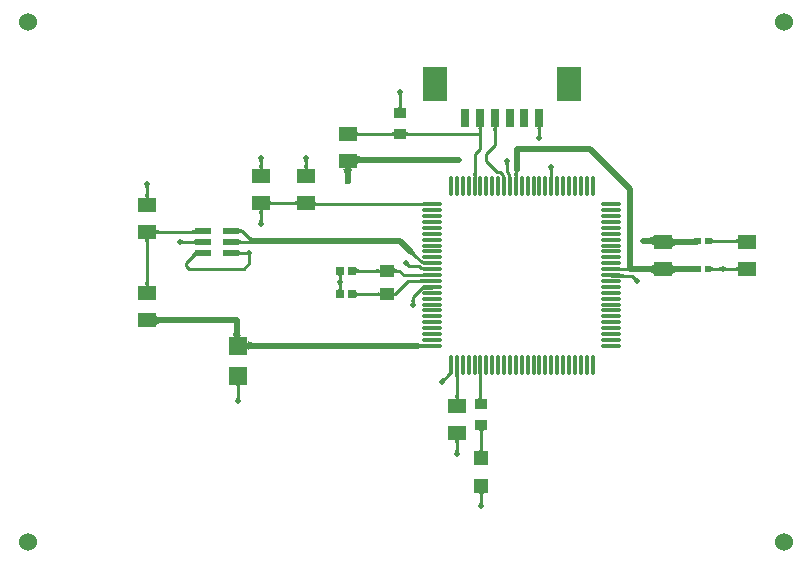
<source format=gtl>
G04*
G04 #@! TF.GenerationSoftware,Altium Limited,Altium Designer,18.1.7 (191)*
G04*
G04 Layer_Physical_Order=1*
G04 Layer_Color=255*
%FSLAX25Y25*%
%MOIN*%
G70*
G01*
G75*
%ADD15C,0.01000*%
%ADD19R,0.05354X0.02362*%
%ADD20R,0.03150X0.06299*%
%ADD21R,0.08268X0.11811*%
%ADD22R,0.02126X0.02362*%
%ADD23R,0.04724X0.04724*%
%ADD24R,0.05118X0.03937*%
%ADD27R,0.05906X0.05118*%
%ADD28R,0.03937X0.03543*%
%ADD29R,0.02835X0.02835*%
%ADD43O,0.01181X0.06890*%
%ADD44O,0.06890X0.01181*%
%ADD45C,0.02000*%
%ADD46R,0.06299X0.06299*%
%ADD47C,0.06000*%
%ADD48C,0.01968*%
%ADD49C,0.02362*%
G36*
X124622Y149095D02*
X124590Y149047D01*
X124561Y148992D01*
X124537Y148929D01*
X124516Y148859D01*
X124499Y148782D01*
X124486Y148697D01*
X124476Y148606D01*
X124469Y148400D01*
X123468D01*
X123467Y148507D01*
X123451Y148697D01*
X123438Y148782D01*
X123421Y148859D01*
X123400Y148929D01*
X123376Y148992D01*
X123348Y149047D01*
X123315Y149095D01*
X123280Y149136D01*
X124657D01*
X124622Y149095D01*
D02*
G37*
G36*
X124474Y145408D02*
X124488Y145238D01*
X124513Y145088D01*
X124548Y144958D01*
X124593Y144848D01*
X124648Y144758D01*
X124714Y144688D01*
X124788Y144638D01*
X124873Y144608D01*
X124969Y144598D01*
X122968D01*
X123064Y144608D01*
X123149Y144638D01*
X123223Y144688D01*
X123289Y144758D01*
X123344Y144848D01*
X123389Y144958D01*
X123424Y145088D01*
X123449Y145238D01*
X123463Y145408D01*
X123468Y145598D01*
X124469D01*
X124474Y145408D01*
D02*
G37*
G36*
X171177Y137994D02*
X171092Y137964D01*
X171017Y137913D01*
X170952Y137842D01*
X170897Y137751D01*
X170852Y137640D01*
X170817Y137508D01*
X170792Y137357D01*
X170777Y137185D01*
X170772Y136992D01*
X169772D01*
X169767Y137185D01*
X169752Y137357D01*
X169727Y137508D01*
X169692Y137640D01*
X169647Y137751D01*
X169592Y137842D01*
X169527Y137913D01*
X169452Y137964D01*
X169367Y137994D01*
X169272Y138004D01*
X171272D01*
X171177Y137994D01*
D02*
G37*
G36*
X156374D02*
X156289Y137964D01*
X156213Y137913D01*
X156149Y137842D01*
X156094Y137751D01*
X156049Y137640D01*
X156014Y137508D01*
X155989Y137357D01*
X155973Y137185D01*
X155968Y136992D01*
X154969D01*
X154964Y137185D01*
X154948Y137357D01*
X154923Y137508D01*
X154888Y137640D01*
X154843Y137751D01*
X154788Y137842D01*
X154724Y137913D01*
X154648Y137964D01*
X154563Y137994D01*
X154469Y138004D01*
X156468D01*
X156374Y137994D01*
D02*
G37*
G36*
X151492D02*
X151407Y137964D01*
X151332Y137913D01*
X151267Y137842D01*
X151212Y137751D01*
X151167Y137640D01*
X151132Y137508D01*
X151107Y137357D01*
X151092Y137185D01*
X151087Y136992D01*
X150087D01*
X150082Y137185D01*
X150067Y137357D01*
X150042Y137508D01*
X150007Y137640D01*
X149962Y137751D01*
X149907Y137842D01*
X149842Y137913D01*
X149767Y137964D01*
X149682Y137994D01*
X149587Y138004D01*
X151587D01*
X151492Y137994D01*
D02*
G37*
G36*
X170774Y135773D02*
X170789Y135582D01*
X170802Y135497D01*
X170819Y135420D01*
X170840Y135350D01*
X170864Y135288D01*
X170893Y135232D01*
X170925Y135185D01*
X170961Y135144D01*
X169583D01*
X169619Y135185D01*
X169651Y135232D01*
X169679Y135288D01*
X169704Y135350D01*
X169724Y135420D01*
X169741Y135497D01*
X169755Y135582D01*
X169764Y135674D01*
X169772Y135879D01*
X170772D01*
X170774Y135773D01*
D02*
G37*
G36*
X125923Y136744D02*
X125953Y136659D01*
X126004Y136584D01*
X126075Y136519D01*
X126166Y136464D01*
X126277Y136419D01*
X126409Y136384D01*
X126561Y136359D01*
X126733Y136344D01*
X126925Y136339D01*
Y135339D01*
X126733Y135334D01*
X126561Y135319D01*
X126409Y135294D01*
X126277Y135259D01*
X126166Y135214D01*
X126075Y135159D01*
X126004Y135094D01*
X125953Y135019D01*
X125923Y134934D01*
X125913Y134839D01*
Y136839D01*
X125923Y136744D01*
D02*
G37*
G36*
X122024Y134839D02*
X122014Y134934D01*
X121984Y135019D01*
X121933Y135094D01*
X121862Y135159D01*
X121771Y135214D01*
X121660Y135259D01*
X121528Y135294D01*
X121376Y135319D01*
X121204Y135334D01*
X121012Y135339D01*
Y136339D01*
X121204Y136344D01*
X121376Y136359D01*
X121528Y136384D01*
X121660Y136419D01*
X121771Y136464D01*
X121862Y136519D01*
X121933Y136584D01*
X121984Y136659D01*
X122014Y136744D01*
X122024Y136839D01*
Y134839D01*
D02*
G37*
G36*
X109407Y136744D02*
X109438Y136659D01*
X109488Y136584D01*
X109559Y136519D01*
X109650Y136464D01*
X109762Y136419D01*
X109893Y136384D01*
X110045Y136359D01*
X110217Y136344D01*
X110409Y136339D01*
Y135339D01*
X110217Y135334D01*
X110045Y135319D01*
X109893Y135294D01*
X109762Y135259D01*
X109650Y135214D01*
X109559Y135159D01*
X109488Y135094D01*
X109438Y135019D01*
X109407Y134934D01*
X109397Y134839D01*
Y136839D01*
X109407Y136744D01*
D02*
G37*
G36*
X93122Y127095D02*
X93089Y127047D01*
X93061Y126992D01*
X93037Y126929D01*
X93016Y126859D01*
X92999Y126782D01*
X92985Y126698D01*
X92976Y126606D01*
X92968Y126400D01*
X91969D01*
X91967Y126507D01*
X91952Y126698D01*
X91938Y126782D01*
X91921Y126859D01*
X91900Y126929D01*
X91876Y126992D01*
X91848Y127047D01*
X91815Y127095D01*
X91780Y127136D01*
X93158D01*
X93122Y127095D01*
D02*
G37*
G36*
X78122D02*
X78089Y127047D01*
X78061Y126992D01*
X78036Y126929D01*
X78016Y126859D01*
X77999Y126782D01*
X77986Y126698D01*
X77976Y126606D01*
X77969Y126400D01*
X76968D01*
X76967Y126507D01*
X76951Y126698D01*
X76938Y126782D01*
X76921Y126859D01*
X76901Y126929D01*
X76876Y126992D01*
X76848Y127047D01*
X76815Y127095D01*
X76780Y127136D01*
X78158D01*
X78122Y127095D01*
D02*
G37*
G36*
X160102Y126225D02*
X160070Y126177D01*
X160041Y126122D01*
X160017Y126059D01*
X159996Y125989D01*
X159979Y125912D01*
X159966Y125827D01*
X159956Y125736D01*
X159949Y125530D01*
X158949D01*
X158947Y125637D01*
X158932Y125827D01*
X158919Y125912D01*
X158902Y125989D01*
X158881Y126059D01*
X158856Y126122D01*
X158828Y126177D01*
X158796Y126225D01*
X158760Y126266D01*
X160138D01*
X160102Y126225D01*
D02*
G37*
G36*
X109417Y129117D02*
X109478Y128947D01*
X109578Y128797D01*
X109719Y128667D01*
X109900Y128557D01*
X110122Y128467D01*
X110383Y128397D01*
X110685Y128347D01*
X111027Y128317D01*
X111409Y128307D01*
Y126307D01*
X111027Y126297D01*
X110685Y126267D01*
X110383Y126217D01*
X110122Y126147D01*
X109900Y126057D01*
X109719Y125947D01*
X109578Y125817D01*
X109478Y125667D01*
X109417Y125497D01*
X109397Y125307D01*
Y129307D01*
X109417Y129117D01*
D02*
G37*
G36*
X77974Y125196D02*
X77988Y125026D01*
X78013Y124876D01*
X78048Y124746D01*
X78093Y124636D01*
X78149Y124546D01*
X78214Y124476D01*
X78289Y124426D01*
X78373Y124396D01*
X78469Y124386D01*
X76468D01*
X76564Y124396D01*
X76648Y124426D01*
X76723Y124476D01*
X76789Y124546D01*
X76844Y124636D01*
X76889Y124746D01*
X76924Y124876D01*
X76948Y125026D01*
X76964Y125196D01*
X76968Y125386D01*
X77969D01*
X77974Y125196D01*
D02*
G37*
G36*
X92974Y125193D02*
X92989Y125021D01*
X93014Y124870D01*
X93049Y124738D01*
X93094Y124627D01*
X93148Y124536D01*
X93213Y124465D01*
X93288Y124414D01*
X93374Y124384D01*
X93468Y124374D01*
X91469D01*
X91563Y124384D01*
X91649Y124414D01*
X91724Y124465D01*
X91789Y124536D01*
X91843Y124627D01*
X91888Y124738D01*
X91923Y124870D01*
X91948Y125021D01*
X91963Y125193D01*
X91969Y125386D01*
X92968D01*
X92974Y125193D01*
D02*
G37*
G36*
X174964Y124032D02*
X174932Y123984D01*
X174904Y123929D01*
X174879Y123866D01*
X174858Y123796D01*
X174841Y123719D01*
X174828Y123635D01*
X174819Y123543D01*
X174811Y123337D01*
X173811D01*
X173809Y123444D01*
X173794Y123635D01*
X173781Y123719D01*
X173764Y123796D01*
X173743Y123866D01*
X173718Y123929D01*
X173690Y123984D01*
X173658Y124032D01*
X173622Y124073D01*
X175000D01*
X174964Y124032D01*
D02*
G37*
G36*
X108279Y124283D02*
X108108Y124223D01*
X107958Y124123D01*
X107828Y123982D01*
X107719Y123801D01*
X107629Y123579D01*
X107559Y123318D01*
X107509Y123016D01*
X107478Y122674D01*
X107468Y122292D01*
X105468D01*
X105458Y122674D01*
X105429Y123016D01*
X105378Y123318D01*
X105308Y123579D01*
X105219Y123801D01*
X105108Y123982D01*
X104979Y124123D01*
X104829Y124223D01*
X104658Y124283D01*
X104469Y124303D01*
X108468D01*
X108279Y124283D01*
D02*
G37*
G36*
X174856Y121741D02*
X173766D01*
X173775Y121764D01*
X173782Y121806D01*
X173789Y121866D01*
X173804Y122158D01*
X173811Y122809D01*
X174811D01*
X174856Y121741D01*
D02*
G37*
G36*
X163045D02*
X161955D01*
X161964Y121764D01*
X161971Y121806D01*
X161978Y121866D01*
X161993Y122158D01*
X162000Y122809D01*
X163000D01*
X163045Y121741D01*
D02*
G37*
G36*
X149266D02*
X148176D01*
X148184Y121764D01*
X148192Y121806D01*
X148198Y121866D01*
X148213Y122158D01*
X148221Y122809D01*
X149221D01*
X149266Y121741D01*
D02*
G37*
G36*
X40122Y118595D02*
X40089Y118547D01*
X40061Y118492D01*
X40036Y118429D01*
X40016Y118359D01*
X39999Y118282D01*
X39985Y118198D01*
X39976Y118106D01*
X39968Y117900D01*
X38969D01*
X38967Y118007D01*
X38952Y118198D01*
X38938Y118282D01*
X38921Y118359D01*
X38901Y118429D01*
X38876Y118492D01*
X38848Y118547D01*
X38815Y118595D01*
X38780Y118636D01*
X40157D01*
X40122Y118595D01*
D02*
G37*
G36*
X39974Y115696D02*
X39988Y115526D01*
X40014Y115376D01*
X40049Y115246D01*
X40093Y115136D01*
X40148Y115046D01*
X40214Y114976D01*
X40288Y114926D01*
X40374Y114896D01*
X40468Y114886D01*
X38469D01*
X38563Y114896D01*
X38649Y114926D01*
X38723Y114976D01*
X38789Y115046D01*
X38844Y115136D01*
X38888Y115246D01*
X38923Y115376D01*
X38949Y115526D01*
X38963Y115696D01*
X38969Y115886D01*
X39968D01*
X39974Y115696D01*
D02*
G37*
G36*
X131566Y111916D02*
X131543Y111924D01*
X131501Y111932D01*
X131441Y111939D01*
X131149Y111953D01*
X130498Y111961D01*
Y112961D01*
X131566Y113006D01*
Y111916D01*
D02*
G37*
G36*
X89540Y111839D02*
X89530Y111934D01*
X89499Y112019D01*
X89449Y112094D01*
X89378Y112159D01*
X89287Y112214D01*
X89175Y112259D01*
X89044Y112294D01*
X88892Y112319D01*
X88720Y112334D01*
X88528Y112339D01*
Y113339D01*
X88720Y113344D01*
X88892Y113359D01*
X89044Y113384D01*
X89175Y113419D01*
X89287Y113464D01*
X89378Y113519D01*
X89449Y113584D01*
X89499Y113659D01*
X89530Y113744D01*
X89540Y113839D01*
Y111839D01*
D02*
G37*
G36*
X80407Y113744D02*
X80438Y113659D01*
X80488Y113584D01*
X80559Y113519D01*
X80650Y113464D01*
X80762Y113419D01*
X80893Y113384D01*
X81045Y113359D01*
X81217Y113344D01*
X81409Y113339D01*
Y112339D01*
X81217Y112334D01*
X81045Y112319D01*
X80893Y112294D01*
X80762Y112259D01*
X80650Y112214D01*
X80559Y112159D01*
X80488Y112094D01*
X80438Y112019D01*
X80407Y111934D01*
X80397Y111839D01*
Y113839D01*
X80407Y113744D01*
D02*
G37*
G36*
X95407Y113366D02*
X95438Y113281D01*
X95488Y113206D01*
X95559Y113141D01*
X95650Y113086D01*
X95762Y113041D01*
X95893Y113006D01*
X96045Y112981D01*
X96217Y112966D01*
X96409Y112961D01*
Y111961D01*
X96217Y111956D01*
X96045Y111941D01*
X95893Y111916D01*
X95762Y111881D01*
X95650Y111836D01*
X95559Y111781D01*
X95488Y111716D01*
X95438Y111641D01*
X95407Y111556D01*
X95397Y111461D01*
Y113461D01*
X95407Y113366D01*
D02*
G37*
G36*
X78373Y110293D02*
X78289Y110263D01*
X78214Y110213D01*
X78149Y110142D01*
X78093Y110050D01*
X78048Y109939D01*
X78013Y109808D01*
X77988Y109656D01*
X77974Y109484D01*
X77969Y109292D01*
X76968D01*
X76964Y109484D01*
X76948Y109656D01*
X76924Y109808D01*
X76889Y109939D01*
X76844Y110050D01*
X76789Y110142D01*
X76723Y110213D01*
X76648Y110263D01*
X76564Y110293D01*
X76468Y110303D01*
X78469D01*
X78373Y110293D01*
D02*
G37*
G36*
X77970Y107170D02*
X77986Y106980D01*
X77999Y106895D01*
X78016Y106818D01*
X78036Y106748D01*
X78061Y106685D01*
X78089Y106630D01*
X78122Y106582D01*
X78158Y106542D01*
X76780D01*
X76815Y106582D01*
X76848Y106630D01*
X76876Y106685D01*
X76901Y106748D01*
X76921Y106818D01*
X76938Y106895D01*
X76951Y106980D01*
X76961Y107071D01*
X76968Y107277D01*
X77969D01*
X77970Y107170D01*
D02*
G37*
G36*
X70281Y104439D02*
X70310Y104364D01*
X70357Y104297D01*
X70424Y104239D01*
X70511Y104190D01*
X70616Y104150D01*
X70740Y104119D01*
X70884Y104097D01*
X71047Y104083D01*
X71228Y104079D01*
Y103079D01*
X71047Y103074D01*
X70884Y103061D01*
X70740Y103039D01*
X70616Y103007D01*
X70511Y102968D01*
X70424Y102919D01*
X70357Y102861D01*
X70310Y102794D01*
X70281Y102718D01*
X70271Y102634D01*
Y104524D01*
X70281Y104439D01*
D02*
G37*
G36*
X55701Y102410D02*
X55691Y102491D01*
X55661Y102564D01*
X55611Y102628D01*
X55541Y102684D01*
X55451Y102731D01*
X55341Y102770D01*
X55211Y102800D01*
X55061Y102821D01*
X54891Y102834D01*
X54701Y102839D01*
Y103839D01*
X54893Y103844D01*
X55064Y103859D01*
X55216Y103884D01*
X55347Y103919D01*
X55458Y103964D01*
X55550Y104019D01*
X55621Y104084D01*
X55672Y104159D01*
X55702Y104244D01*
X55713Y104339D01*
X55701Y102410D01*
D02*
G37*
G36*
X42407Y104244D02*
X42438Y104159D01*
X42488Y104084D01*
X42559Y104019D01*
X42650Y103964D01*
X42762Y103919D01*
X42893Y103884D01*
X43045Y103859D01*
X43217Y103844D01*
X43409Y103839D01*
Y102839D01*
X43217Y102834D01*
X43045Y102819D01*
X42893Y102794D01*
X42762Y102759D01*
X42650Y102714D01*
X42559Y102659D01*
X42488Y102594D01*
X42438Y102519D01*
X42407Y102434D01*
X42397Y102339D01*
Y104339D01*
X42407Y104244D01*
D02*
G37*
G36*
X73061Y102456D02*
X74195Y101463D01*
X74308Y101394D01*
X74400Y101352D01*
X74469Y101339D01*
X73802Y100672D01*
X74468Y100339D01*
X73615Y100192D01*
X73636Y100227D01*
X73639Y100273D01*
X73626Y100330D01*
X73596Y100399D01*
X73571Y100440D01*
X73469Y100338D01*
X73455Y100408D01*
X73413Y100499D01*
X73344Y100612D01*
X73248Y100747D01*
X72972Y101082D01*
X72351Y101746D01*
X72088Y102012D01*
X72795Y102719D01*
X73061Y102456D01*
D02*
G37*
G36*
X40374Y100793D02*
X40288Y100763D01*
X40214Y100713D01*
X40148Y100642D01*
X40093Y100550D01*
X40049Y100439D01*
X40014Y100308D01*
X39988Y100156D01*
X39974Y99984D01*
X39968Y99792D01*
X38969D01*
X38963Y99984D01*
X38949Y100156D01*
X38923Y100308D01*
X38888Y100439D01*
X38844Y100550D01*
X38789Y100642D01*
X38723Y100713D01*
X38649Y100763D01*
X38563Y100793D01*
X38469Y100803D01*
X40468D01*
X40374Y100793D01*
D02*
G37*
G36*
X51212Y100492D02*
X51260Y100460D01*
X51315Y100431D01*
X51378Y100407D01*
X51448Y100386D01*
X51525Y100369D01*
X51610Y100356D01*
X51701Y100346D01*
X51907Y100339D01*
Y99339D01*
X51801Y99337D01*
X51610Y99322D01*
X51525Y99308D01*
X51448Y99291D01*
X51378Y99271D01*
X51315Y99246D01*
X51260Y99218D01*
X51212Y99186D01*
X51171Y99150D01*
Y100528D01*
X51212Y100492D01*
D02*
G37*
G36*
X236540Y99150D02*
X236530Y99245D01*
X236499Y99330D01*
X236449Y99405D01*
X236378Y99470D01*
X236287Y99525D01*
X236175Y99570D01*
X236044Y99605D01*
X235892Y99630D01*
X235720Y99645D01*
X235528Y99650D01*
Y100650D01*
X235720Y100655D01*
X235892Y100670D01*
X236044Y100695D01*
X236175Y100730D01*
X236287Y100775D01*
X236378Y100830D01*
X236449Y100895D01*
X236499Y100970D01*
X236530Y101055D01*
X236540Y101150D01*
Y99150D01*
D02*
G37*
G36*
X227718Y101055D02*
X227749Y100970D01*
X227799Y100895D01*
X227870Y100830D01*
X227961Y100775D01*
X228073Y100730D01*
X228204Y100695D01*
X228356Y100670D01*
X228528Y100655D01*
X228720Y100650D01*
Y99650D01*
X228528Y99645D01*
X228356Y99630D01*
X228204Y99605D01*
X228073Y99570D01*
X227961Y99525D01*
X227870Y99470D01*
X227799Y99405D01*
X227749Y99330D01*
X227718Y99245D01*
X227708Y99150D01*
Y101150D01*
X227718Y101055D01*
D02*
G37*
G36*
X222217Y98980D02*
X222197Y98953D01*
X222137Y98929D01*
X222037Y98908D01*
X221897Y98890D01*
X221497Y98861D01*
X220217Y98839D01*
Y100839D01*
X220597Y100843D01*
X221497Y100915D01*
X221717Y100959D01*
X221897Y101011D01*
X222037Y101074D01*
X222137Y101146D01*
X222197Y101227D01*
X222217Y101319D01*
Y98980D01*
D02*
G37*
G36*
X70281Y100744D02*
X70312Y100659D01*
X70362Y100584D01*
X70433Y100519D01*
X70524Y100464D01*
X70636Y100419D01*
X70767Y100384D01*
X70919Y100359D01*
X71091Y100344D01*
X71283Y100339D01*
Y99339D01*
X71091Y99334D01*
X70919Y99319D01*
X70767Y99294D01*
X70636Y99259D01*
X70524Y99214D01*
X70433Y99159D01*
X70362Y99094D01*
X70312Y99019D01*
X70281Y98934D01*
X70271Y98839D01*
Y100839D01*
X70281Y100744D01*
D02*
G37*
G36*
X55713Y98839D02*
X55703Y98934D01*
X55673Y99019D01*
X55622Y99094D01*
X55551Y99159D01*
X55460Y99214D01*
X55349Y99259D01*
X55217Y99294D01*
X55065Y99319D01*
X54893Y99334D01*
X54701Y99339D01*
Y100339D01*
X54893Y100344D01*
X55065Y100359D01*
X55217Y100384D01*
X55349Y100419D01*
X55460Y100464D01*
X55551Y100519D01*
X55622Y100584D01*
X55673Y100659D01*
X55703Y100744D01*
X55713Y100839D01*
Y98839D01*
D02*
G37*
G36*
X208540Y98339D02*
X208520Y98529D01*
X208459Y98699D01*
X208359Y98849D01*
X208218Y98979D01*
X208037Y99089D01*
X207815Y99179D01*
X207554Y99249D01*
X207252Y99299D01*
X206910Y99329D01*
X206528Y99339D01*
Y101339D01*
X206910Y101349D01*
X207252Y101379D01*
X207554Y101429D01*
X207815Y101499D01*
X208037Y101589D01*
X208218Y101699D01*
X208359Y101829D01*
X208459Y101979D01*
X208520Y102149D01*
X208540Y102339D01*
Y98339D01*
D02*
G37*
G36*
X214417Y101649D02*
X214478Y101479D01*
X214578Y101329D01*
X214719Y101199D01*
X214900Y101089D01*
X215122Y100999D01*
X215383Y100929D01*
X215685Y100879D01*
X216027Y100849D01*
X216409Y100839D01*
Y98839D01*
X216027Y98829D01*
X215685Y98799D01*
X215383Y98749D01*
X215122Y98679D01*
X214900Y98589D01*
X214719Y98479D01*
X214578Y98349D01*
X214478Y98199D01*
X214417Y98029D01*
X214397Y97839D01*
Y101839D01*
X214417Y101649D01*
D02*
G37*
G36*
X73006Y95410D02*
X72965Y95445D01*
X72917Y95477D01*
X72862Y95506D01*
X72799Y95530D01*
X72729Y95551D01*
X72652Y95568D01*
X72568Y95581D01*
X72476Y95591D01*
X72270Y95598D01*
Y96598D01*
X72377Y96600D01*
X72568Y96615D01*
X72652Y96629D01*
X72729Y96646D01*
X72799Y96667D01*
X72862Y96691D01*
X72917Y96719D01*
X72965Y96751D01*
X73006Y96787D01*
Y95410D01*
D02*
G37*
G36*
X70281Y97003D02*
X70312Y96918D01*
X70362Y96843D01*
X70433Y96778D01*
X70524Y96723D01*
X70636Y96678D01*
X70767Y96643D01*
X70919Y96618D01*
X71091Y96603D01*
X71283Y96598D01*
Y95598D01*
X71091Y95593D01*
X70919Y95578D01*
X70767Y95553D01*
X70636Y95518D01*
X70524Y95473D01*
X70433Y95418D01*
X70362Y95353D01*
X70312Y95278D01*
X70281Y95193D01*
X70271Y95098D01*
Y97098D01*
X70281Y97003D01*
D02*
G37*
G36*
X74362Y95355D02*
X74330Y95307D01*
X74301Y95252D01*
X74277Y95189D01*
X74256Y95119D01*
X74239Y95042D01*
X74226Y94957D01*
X74216Y94866D01*
X74209Y94660D01*
X73209D01*
X73207Y94766D01*
X73192Y94957D01*
X73178Y95042D01*
X73161Y95119D01*
X73141Y95189D01*
X73116Y95252D01*
X73088Y95307D01*
X73056Y95355D01*
X73020Y95395D01*
X74398D01*
X74362Y95355D01*
D02*
G37*
G36*
X55701Y94929D02*
X55616Y94927D01*
X55534Y94918D01*
X55455Y94905D01*
X55379Y94886D01*
X55307Y94861D01*
X55238Y94831D01*
X55172Y94796D01*
X55109Y94755D01*
X55050Y94709D01*
X54994Y94657D01*
X54640Y95718D01*
X54842Y95924D01*
X55319Y96475D01*
X55436Y96635D01*
X55531Y96785D01*
X55606Y96922D01*
X55659Y97049D01*
X55690Y97164D01*
X55701Y97268D01*
Y94929D01*
D02*
G37*
G36*
X128715Y96388D02*
X128757Y96296D01*
X128826Y96183D01*
X128922Y96049D01*
X129198Y95714D01*
X129819Y95049D01*
X130081Y94784D01*
X129374Y94077D01*
X129109Y94339D01*
X127975Y95332D01*
X127862Y95401D01*
X127770Y95443D01*
X127701Y95457D01*
X128701Y96457D01*
X128715Y96388D01*
D02*
G37*
G36*
X197394Y91343D02*
X197436Y91336D01*
X197496Y91329D01*
X197788Y91314D01*
X198439Y91307D01*
Y90307D01*
X197371Y90262D01*
Y91352D01*
X197394Y91343D01*
D02*
G37*
G36*
X232212Y91492D02*
X232260Y91460D01*
X232315Y91431D01*
X232378Y91407D01*
X232448Y91386D01*
X232525Y91369D01*
X232610Y91356D01*
X232701Y91346D01*
X232907Y91339D01*
Y90339D01*
X232801Y90337D01*
X232610Y90322D01*
X232525Y90308D01*
X232448Y90291D01*
X232378Y90271D01*
X232315Y90246D01*
X232260Y90218D01*
X232212Y90185D01*
X232171Y90150D01*
Y91528D01*
X232212Y91492D01*
D02*
G37*
G36*
X230766Y90150D02*
X230725Y90185D01*
X230677Y90218D01*
X230622Y90246D01*
X230559Y90271D01*
X230489Y90291D01*
X230412Y90308D01*
X230327Y90322D01*
X230236Y90331D01*
X230030Y90339D01*
Y91339D01*
X230137Y91341D01*
X230327Y91356D01*
X230412Y91369D01*
X230489Y91386D01*
X230559Y91407D01*
X230622Y91431D01*
X230677Y91460D01*
X230725Y91492D01*
X230766Y91528D01*
Y90150D01*
D02*
G37*
G36*
X236540Y89839D02*
X236530Y89934D01*
X236499Y90019D01*
X236449Y90094D01*
X236378Y90159D01*
X236287Y90214D01*
X236175Y90259D01*
X236044Y90294D01*
X235892Y90319D01*
X235720Y90334D01*
X235528Y90339D01*
Y91339D01*
X235720Y91344D01*
X235892Y91359D01*
X236044Y91384D01*
X236175Y91419D01*
X236287Y91464D01*
X236378Y91519D01*
X236449Y91584D01*
X236499Y91659D01*
X236530Y91744D01*
X236540Y91839D01*
Y89839D01*
D02*
G37*
G36*
X227518Y91744D02*
X227548Y91659D01*
X227599Y91584D01*
X227669Y91519D01*
X227761Y91464D01*
X227872Y91419D01*
X228003Y91384D01*
X228155Y91359D01*
X228327Y91344D01*
X228520Y91339D01*
Y90339D01*
X228327Y90334D01*
X228155Y90319D01*
X228003Y90294D01*
X227872Y90259D01*
X227761Y90214D01*
X227669Y90159D01*
X227599Y90094D01*
X227548Y90019D01*
X227518Y89934D01*
X227507Y89839D01*
Y91839D01*
X227518Y91744D01*
D02*
G37*
G36*
X222016Y89670D02*
X221996Y89702D01*
X221936Y89730D01*
X221836Y89756D01*
X221696Y89778D01*
X221516Y89796D01*
X220736Y89832D01*
X220016Y89839D01*
Y91839D01*
X220396Y91840D01*
X221936Y91947D01*
X221996Y91976D01*
X222016Y92008D01*
Y89670D01*
D02*
G37*
G36*
X122026Y91244D02*
X122056Y91159D01*
X122106Y91084D01*
X122176Y91019D01*
X122266Y90964D01*
X122376Y90919D01*
X122506Y90884D01*
X122656Y90859D01*
X122826Y90844D01*
X123016Y90839D01*
Y89839D01*
X122826Y89834D01*
X122656Y89819D01*
X122506Y89794D01*
X122376Y89759D01*
X122266Y89714D01*
X122176Y89659D01*
X122106Y89594D01*
X122056Y89519D01*
X122026Y89434D01*
X122016Y89339D01*
Y91339D01*
X122026Y91244D01*
D02*
G37*
G36*
X116934Y89339D02*
X116923Y89434D01*
X116893Y89519D01*
X116842Y89594D01*
X116771Y89659D01*
X116681Y89714D01*
X116569Y89759D01*
X116438Y89794D01*
X116286Y89819D01*
X116114Y89834D01*
X115921Y89839D01*
Y90839D01*
X116114Y90844D01*
X116286Y90859D01*
X116438Y90884D01*
X116569Y90919D01*
X116681Y90964D01*
X116771Y91019D01*
X116842Y91084D01*
X116893Y91159D01*
X116923Y91244D01*
X116934Y91339D01*
Y89339D01*
D02*
G37*
G36*
X109341Y91244D02*
X109371Y91159D01*
X109421Y91084D01*
X109492Y91019D01*
X109583Y90964D01*
X109695Y90919D01*
X109826Y90884D01*
X109978Y90859D01*
X110150Y90844D01*
X110342Y90839D01*
Y89839D01*
X110150Y89834D01*
X109978Y89819D01*
X109826Y89794D01*
X109695Y89759D01*
X109583Y89714D01*
X109492Y89659D01*
X109421Y89594D01*
X109371Y89519D01*
X109341Y89434D01*
X109330Y89339D01*
Y91339D01*
X109341Y91244D01*
D02*
G37*
G36*
X214417Y92649D02*
X214478Y92479D01*
X214578Y92329D01*
X214719Y92199D01*
X214900Y92089D01*
X215122Y91999D01*
X215383Y91929D01*
X215685Y91879D01*
X216027Y91849D01*
X216409Y91839D01*
Y89839D01*
X216027Y89829D01*
X215685Y89799D01*
X215383Y89749D01*
X215122Y89679D01*
X214900Y89589D01*
X214719Y89479D01*
X214578Y89349D01*
X214478Y89199D01*
X214417Y89029D01*
X214397Y88839D01*
Y92839D01*
X214417Y92649D01*
D02*
G37*
G36*
X208540Y88807D02*
X208520Y88997D01*
X208459Y89167D01*
X208359Y89317D01*
X208218Y89447D01*
X208037Y89557D01*
X207815Y89647D01*
X207554Y89717D01*
X207252Y89767D01*
X206910Y89797D01*
X206528Y89807D01*
Y91807D01*
X206910Y91817D01*
X207252Y91847D01*
X207554Y91897D01*
X207815Y91967D01*
X208037Y92057D01*
X208218Y92167D01*
X208359Y92297D01*
X208459Y92447D01*
X208520Y92617D01*
X208540Y92807D01*
Y88807D01*
D02*
G37*
G36*
X131566Y88294D02*
X131569Y88282D01*
X131541Y88271D01*
X131483Y88262D01*
X131395Y88254D01*
X130946Y88238D01*
X130223Y88232D01*
X130359Y89232D01*
X130547Y89234D01*
X131264Y89287D01*
X131362Y89306D01*
X131445Y89329D01*
X131513Y89355D01*
X131566Y89384D01*
Y88294D01*
D02*
G37*
G36*
X197474Y89320D02*
X197583Y89264D01*
X197699Y89214D01*
X197822Y89171D01*
X197951Y89134D01*
X198086Y89104D01*
X198228Y89081D01*
X198532Y89055D01*
X198693Y89051D01*
X198650Y88051D01*
X198341Y88054D01*
X197510Y88112D01*
X197402Y88139D01*
X197334Y88170D01*
X197306Y88206D01*
X197319Y88248D01*
X197371Y88294D01*
Y89384D01*
X197474Y89320D01*
D02*
G37*
G36*
X104905Y88923D02*
X104820Y88893D01*
X104745Y88843D01*
X104680Y88773D01*
X104625Y88683D01*
X104580Y88573D01*
X104545Y88443D01*
X104520Y88293D01*
X104505Y88123D01*
X104500Y87933D01*
X103500D01*
X103495Y88123D01*
X103480Y88293D01*
X103455Y88443D01*
X103420Y88573D01*
X103375Y88683D01*
X103320Y88773D01*
X103255Y88843D01*
X103180Y88893D01*
X103095Y88923D01*
X103000Y88933D01*
X105000D01*
X104905Y88923D01*
D02*
G37*
G36*
X104502Y87734D02*
X104517Y87543D01*
X104530Y87458D01*
X104547Y87381D01*
X104568Y87311D01*
X104593Y87248D01*
X104621Y87193D01*
X104653Y87145D01*
X104689Y87104D01*
X103311D01*
X103347Y87145D01*
X103379Y87193D01*
X103407Y87248D01*
X103432Y87311D01*
X103453Y87381D01*
X103470Y87458D01*
X103483Y87543D01*
X103492Y87634D01*
X103500Y87840D01*
X104500D01*
X104502Y87734D01*
D02*
G37*
G36*
X202382Y88167D02*
X202527Y88042D01*
X202596Y87992D01*
X202663Y87950D01*
X202727Y87915D01*
X202789Y87888D01*
X202848Y87869D01*
X202905Y87858D01*
X202959Y87854D01*
X201984Y86880D01*
X201981Y86934D01*
X201970Y86991D01*
X201951Y87050D01*
X201924Y87112D01*
X201889Y87176D01*
X201847Y87242D01*
X201796Y87311D01*
X201738Y87383D01*
X201598Y87534D01*
X202305Y88241D01*
X202382Y88167D01*
D02*
G37*
G36*
X131566Y86325D02*
X131543Y86334D01*
X131501Y86341D01*
X131441Y86348D01*
X131149Y86363D01*
X130498Y86370D01*
Y87370D01*
X131566Y87415D01*
Y86325D01*
D02*
G37*
G36*
X39974Y86196D02*
X39988Y86026D01*
X40014Y85876D01*
X40049Y85746D01*
X40093Y85636D01*
X40148Y85546D01*
X40214Y85476D01*
X40288Y85426D01*
X40374Y85396D01*
X40468Y85386D01*
X38469D01*
X38563Y85396D01*
X38649Y85426D01*
X38723Y85476D01*
X38789Y85546D01*
X38844Y85636D01*
X38888Y85746D01*
X38923Y85876D01*
X38949Y86026D01*
X38963Y86196D01*
X38969Y86386D01*
X39968D01*
X39974Y86196D01*
D02*
G37*
G36*
X104653Y85658D02*
X104621Y85610D01*
X104593Y85555D01*
X104568Y85492D01*
X104547Y85422D01*
X104530Y85345D01*
X104517Y85260D01*
X104508Y85169D01*
X104500Y84963D01*
X103500D01*
X103498Y85070D01*
X103483Y85260D01*
X103470Y85345D01*
X103453Y85422D01*
X103432Y85492D01*
X103407Y85555D01*
X103379Y85610D01*
X103347Y85658D01*
X103311Y85699D01*
X104689D01*
X104653Y85658D01*
D02*
G37*
G36*
X104505Y84678D02*
X104520Y84506D01*
X104545Y84354D01*
X104580Y84222D01*
X104625Y84111D01*
X104680Y84020D01*
X104745Y83949D01*
X104820Y83898D01*
X104905Y83868D01*
X105000Y83858D01*
X103000D01*
X103095Y83868D01*
X103180Y83898D01*
X103255Y83949D01*
X103320Y84020D01*
X103375Y84111D01*
X103420Y84222D01*
X103455Y84354D01*
X103480Y84506D01*
X103495Y84678D01*
X103500Y84870D01*
X104500D01*
X104505Y84678D01*
D02*
G37*
G36*
X116934Y81465D02*
X116923Y81560D01*
X116893Y81645D01*
X116842Y81720D01*
X116771Y81785D01*
X116681Y81840D01*
X116569Y81885D01*
X116438Y81920D01*
X116286Y81945D01*
X116114Y81960D01*
X115921Y81965D01*
Y82965D01*
X116114Y82970D01*
X116286Y82985D01*
X116438Y83010D01*
X116569Y83045D01*
X116681Y83090D01*
X116771Y83145D01*
X116842Y83210D01*
X116893Y83285D01*
X116923Y83370D01*
X116934Y83465D01*
Y81465D01*
D02*
G37*
G36*
X109341Y83370D02*
X109371Y83285D01*
X109421Y83210D01*
X109492Y83145D01*
X109583Y83090D01*
X109695Y83045D01*
X109826Y83010D01*
X109978Y82985D01*
X110150Y82970D01*
X110342Y82965D01*
Y81965D01*
X110150Y81960D01*
X109978Y81945D01*
X109826Y81920D01*
X109695Y81885D01*
X109583Y81840D01*
X109492Y81785D01*
X109421Y81720D01*
X109371Y81645D01*
X109341Y81560D01*
X109330Y81465D01*
Y83465D01*
X109341Y83370D01*
D02*
G37*
G36*
X128642Y80328D02*
X128658Y80137D01*
X128671Y80053D01*
X128688Y79975D01*
X128709Y79905D01*
X128733Y79843D01*
X128761Y79788D01*
X128794Y79740D01*
X128830Y79699D01*
X127452D01*
X127488Y79740D01*
X127520Y79788D01*
X127548Y79843D01*
X127573Y79905D01*
X127593Y79975D01*
X127610Y80053D01*
X127624Y80137D01*
X127633Y80229D01*
X127641Y80434D01*
X128641D01*
X128642Y80328D01*
D02*
G37*
G36*
X42417Y75649D02*
X42478Y75479D01*
X42578Y75329D01*
X42719Y75199D01*
X42900Y75089D01*
X43122Y74999D01*
X43383Y74929D01*
X43685Y74879D01*
X44027Y74849D01*
X44409Y74839D01*
Y72839D01*
X44027Y72829D01*
X43685Y72799D01*
X43383Y72749D01*
X43122Y72679D01*
X42900Y72589D01*
X42719Y72479D01*
X42578Y72349D01*
X42478Y72199D01*
X42417Y72029D01*
X42397Y71839D01*
Y75839D01*
X42417Y75649D01*
D02*
G37*
G36*
X70478Y70094D02*
X70508Y69752D01*
X70559Y69450D01*
X70628Y69188D01*
X70718Y68967D01*
X70828Y68786D01*
X70959Y68645D01*
X71109Y68545D01*
X71279Y68484D01*
X71469Y68464D01*
X67469D01*
X67659Y68484D01*
X67829Y68545D01*
X67979Y68645D01*
X68108Y68786D01*
X68218Y68967D01*
X68309Y69188D01*
X68379Y69450D01*
X68428Y69752D01*
X68458Y70094D01*
X68468Y70476D01*
X70468D01*
X70478Y70094D01*
D02*
G37*
G36*
X131566Y64672D02*
X130562Y64700D01*
X130440Y65703D01*
X130631Y65699D01*
X131480Y65732D01*
X131532Y65746D01*
X131566Y65762D01*
Y64672D01*
D02*
G37*
G36*
X73114Y67149D02*
X73175Y66979D01*
X73275Y66829D01*
X73416Y66699D01*
X73597Y66589D01*
X73818Y66499D01*
X74080Y66429D01*
X74382Y66379D01*
X74724Y66349D01*
X75106Y66339D01*
Y64339D01*
X74724Y64329D01*
X74382Y64299D01*
X74080Y64249D01*
X73818Y64179D01*
X73597Y64089D01*
X73416Y63979D01*
X73275Y63849D01*
X73175Y63699D01*
X73114Y63529D01*
X73094Y63339D01*
Y67339D01*
X73114Y67149D01*
D02*
G37*
G36*
X141072Y55616D02*
X140996Y55596D01*
X140915Y55564D01*
X140827Y55520D01*
X140733Y55464D01*
X140634Y55397D01*
X140417Y55226D01*
X140299Y55124D01*
X140047Y54883D01*
X139550Y55800D01*
X139728Y55985D01*
X140014Y56327D01*
X140121Y56483D01*
X140205Y56629D01*
X140265Y56766D01*
X140302Y56893D01*
X140314Y57010D01*
X140303Y57117D01*
X140269Y57214D01*
X141072Y55616D01*
D02*
G37*
G36*
X151225Y55913D02*
X151218Y55871D01*
X151211Y55811D01*
X151196Y55519D01*
X151189Y54868D01*
X150189D01*
X150144Y55936D01*
X151234D01*
X151225Y55913D01*
D02*
G37*
G36*
X143351Y55913D02*
X143344Y55871D01*
X143337Y55811D01*
X143322Y55519D01*
X143315Y54868D01*
X142315D01*
X142270Y55936D01*
X143360D01*
X143351Y55913D01*
D02*
G37*
G36*
X139166Y54002D02*
X139092Y53926D01*
X138968Y53780D01*
X138917Y53711D01*
X138875Y53644D01*
X138840Y53580D01*
X138813Y53518D01*
X138794Y53459D01*
X138783Y53403D01*
X138779Y53348D01*
X137805Y54323D01*
X137859Y54326D01*
X137916Y54337D01*
X137975Y54356D01*
X138037Y54383D01*
X138101Y54418D01*
X138168Y54461D01*
X138237Y54511D01*
X138308Y54569D01*
X138459Y54709D01*
X139166Y54002D01*
D02*
G37*
G36*
X70873Y52191D02*
X70789Y52161D01*
X70714Y52111D01*
X70648Y52041D01*
X70594Y51951D01*
X70548Y51841D01*
X70513Y51711D01*
X70489Y51561D01*
X70473Y51391D01*
X70468Y51201D01*
X69468D01*
X69463Y51391D01*
X69449Y51561D01*
X69424Y51711D01*
X69389Y51841D01*
X69344Y51951D01*
X69288Y52041D01*
X69223Y52111D01*
X69148Y52161D01*
X69064Y52191D01*
X68968Y52201D01*
X70969D01*
X70873Y52191D01*
D02*
G37*
G36*
X143320Y48696D02*
X143335Y48526D01*
X143360Y48376D01*
X143395Y48246D01*
X143440Y48136D01*
X143495Y48046D01*
X143560Y47976D01*
X143635Y47926D01*
X143720Y47896D01*
X143815Y47886D01*
X141815D01*
X141910Y47896D01*
X141995Y47926D01*
X142070Y47976D01*
X142135Y48046D01*
X142190Y48136D01*
X142235Y48246D01*
X142270Y48376D01*
X142295Y48526D01*
X142310Y48696D01*
X142315Y48886D01*
X143315D01*
X143320Y48696D01*
D02*
G37*
G36*
X151194Y48406D02*
X151209Y48234D01*
X151234Y48082D01*
X151269Y47951D01*
X151314Y47839D01*
X151369Y47748D01*
X151434Y47677D01*
X151509Y47627D01*
X151594Y47596D01*
X151689Y47586D01*
X149689D01*
X149784Y47596D01*
X149869Y47627D01*
X149944Y47677D01*
X150009Y47748D01*
X150064Y47839D01*
X150109Y47951D01*
X150144Y48082D01*
X150169Y48234D01*
X150184Y48406D01*
X150189Y48598D01*
X151189D01*
X151194Y48406D01*
D02*
G37*
G36*
X70470Y48171D02*
X70486Y47980D01*
X70499Y47895D01*
X70516Y47818D01*
X70537Y47748D01*
X70561Y47686D01*
X70589Y47630D01*
X70622Y47582D01*
X70657Y47541D01*
X69279D01*
X69315Y47582D01*
X69348Y47630D01*
X69376Y47686D01*
X69401Y47748D01*
X69421Y47818D01*
X69438Y47895D01*
X69451Y47980D01*
X69461Y48071D01*
X69468Y48277D01*
X70468D01*
X70470Y48171D01*
D02*
G37*
G36*
X151874Y37069D02*
X151788Y37039D01*
X151714Y36989D01*
X151648Y36919D01*
X151593Y36829D01*
X151549Y36719D01*
X151514Y36589D01*
X151488Y36439D01*
X151473Y36269D01*
X151469Y36079D01*
X150469D01*
X150463Y36269D01*
X150449Y36439D01*
X150424Y36589D01*
X150389Y36719D01*
X150344Y36829D01*
X150288Y36919D01*
X150224Y36989D01*
X150148Y37039D01*
X150064Y37069D01*
X149969Y37079D01*
X151969D01*
X151874Y37069D01*
D02*
G37*
G36*
X143720Y33793D02*
X143635Y33763D01*
X143560Y33713D01*
X143495Y33642D01*
X143440Y33551D01*
X143395Y33439D01*
X143360Y33308D01*
X143335Y33156D01*
X143320Y32984D01*
X143315Y32792D01*
X142315D01*
X142310Y32984D01*
X142295Y33156D01*
X142270Y33308D01*
X142235Y33439D01*
X142190Y33551D01*
X142135Y33642D01*
X142070Y33713D01*
X141995Y33763D01*
X141910Y33793D01*
X141815Y33803D01*
X143815D01*
X143720Y33793D01*
D02*
G37*
G36*
X151473Y30997D02*
X151488Y30825D01*
X151514Y30673D01*
X151549Y30541D01*
X151593Y30430D01*
X151648Y30339D01*
X151714Y30268D01*
X151788Y30217D01*
X151874Y30187D01*
X151969Y30177D01*
X149969D01*
X150064Y30187D01*
X150148Y30217D01*
X150224Y30268D01*
X150288Y30339D01*
X150344Y30430D01*
X150389Y30541D01*
X150424Y30673D01*
X150449Y30825D01*
X150463Y30997D01*
X150469Y31189D01*
X151469D01*
X151473Y30997D01*
D02*
G37*
G36*
X143317Y30517D02*
X143332Y30326D01*
X143345Y30242D01*
X143362Y30164D01*
X143383Y30095D01*
X143408Y30032D01*
X143436Y29977D01*
X143468Y29929D01*
X143504Y29888D01*
X142126D01*
X142162Y29929D01*
X142194Y29977D01*
X142222Y30032D01*
X142247Y30095D01*
X142268Y30164D01*
X142285Y30242D01*
X142298Y30326D01*
X142307Y30418D01*
X142315Y30623D01*
X143315D01*
X143317Y30517D01*
D02*
G37*
G36*
X151874Y16041D02*
X151788Y16011D01*
X151714Y15960D01*
X151648Y15890D01*
X151593Y15799D01*
X151549Y15687D01*
X151514Y15556D01*
X151488Y15404D01*
X151473Y15232D01*
X151469Y15040D01*
X150469D01*
X150463Y15232D01*
X150449Y15404D01*
X150424Y15556D01*
X150389Y15687D01*
X150344Y15799D01*
X150288Y15890D01*
X150224Y15960D01*
X150148Y16011D01*
X150064Y16041D01*
X149969Y16052D01*
X151969D01*
X151874Y16041D01*
D02*
G37*
G36*
X151470Y13171D02*
X151486Y12980D01*
X151499Y12895D01*
X151516Y12818D01*
X151537Y12748D01*
X151561Y12686D01*
X151590Y12630D01*
X151622Y12582D01*
X151657Y12541D01*
X150279D01*
X150315Y12582D01*
X150348Y12630D01*
X150376Y12686D01*
X150400Y12748D01*
X150421Y12818D01*
X150438Y12895D01*
X150452Y12980D01*
X150461Y13071D01*
X150469Y13277D01*
X151469D01*
X151470Y13171D01*
D02*
G37*
D15*
X69968Y46839D02*
Y55339D01*
X73968Y99839D02*
X74468Y100339D01*
X131095Y93063D02*
X134358D01*
X127701Y96457D02*
X131095Y93063D01*
X130814Y91094D02*
X134358D01*
X129921Y65216D02*
X134643Y65095D01*
X200606Y90807D02*
X200638Y90839D01*
X194291Y90807D02*
X200606D01*
X162500Y118661D02*
Y123728D01*
X159449Y123288D02*
X160244Y122493D01*
X159449Y123288D02*
Y126969D01*
X134643Y65095D02*
X134643Y65095D01*
X134646Y65095D01*
X67618Y96098D02*
X73709D01*
X67409D02*
X67618D01*
X73709Y92776D02*
Y96098D01*
X71772Y90839D02*
X73709Y92776D01*
X53469Y90839D02*
X71772D01*
X131095Y84614D02*
X134646D01*
X160244Y118949D02*
Y122493D01*
Y118949D02*
X160531Y118661D01*
X152657Y126839D02*
X156299Y123197D01*
X157291D01*
X158276Y122212D01*
Y121221D02*
Y122212D01*
Y121221D02*
X158563Y120933D01*
X152657Y129280D02*
X155468Y132091D01*
X152657Y126839D02*
Y129280D01*
X158563Y118661D02*
Y120933D01*
X201287Y88551D02*
X202969Y86870D01*
X194579Y88551D02*
X201287D01*
X194291Y88839D02*
X194579Y88551D01*
X137795Y53339D02*
X140847Y56390D01*
X134358Y93063D02*
X134539Y92882D01*
X231469Y90839D02*
X239469D01*
X226468D02*
X231469D01*
X104000Y86402D02*
Y90339D01*
Y82465D02*
Y86402D01*
X130070Y91839D02*
X130814Y91094D01*
X126921Y91839D02*
X130070D01*
X125984Y92776D02*
X126921Y91839D01*
X134358Y91094D02*
X134646Y90807D01*
X67618Y103579D02*
X71228D01*
X67409D02*
X67618D01*
Y99839D02*
X73968D01*
X67409D02*
X67618D01*
X122063Y82465D02*
X126469Y86870D01*
X134646D01*
X123563Y90339D02*
X125169Y88732D01*
X134539D01*
X128141Y78996D02*
Y81637D01*
X130110Y83606D01*
X134539Y88732D02*
X134646Y88839D01*
X119468Y90339D02*
X123563D01*
X130110Y83606D02*
Y83629D01*
X131095Y84614D01*
X134646D02*
Y84902D01*
X140847Y56390D02*
Y59016D01*
X239158Y100150D02*
X239469Y99839D01*
X226669Y100150D02*
X239158D01*
X222957Y99839D02*
X223268Y100150D01*
X211437Y90807D02*
X211469Y90839D01*
X210968Y100339D02*
X211469Y99839D01*
X69468Y65839D02*
X69968Y65339D01*
X71228Y103579D02*
X74468Y100339D01*
X77469Y105839D02*
Y112839D01*
X52469Y91839D02*
X53469Y90839D01*
X52469Y91839D02*
Y92839D01*
X55728Y96098D01*
X57528D01*
X39469Y112339D02*
Y119339D01*
X50468Y99839D02*
X57528D01*
X57287Y103339D02*
X57528Y103579D01*
X39469Y103339D02*
X57287D01*
X39469Y82839D02*
Y103339D01*
X92469Y121839D02*
Y127839D01*
X77469Y121839D02*
Y127839D01*
Y112839D02*
X92469D01*
X92847Y112461D01*
X134646D01*
X123969Y142839D02*
Y149839D01*
X106468Y135839D02*
X123969D01*
X150587Y136043D02*
Y141130D01*
Y130957D02*
Y136043D01*
X150382Y135839D02*
X150587Y136043D01*
X123969Y135839D02*
X150382D01*
X106468Y126839D02*
X106937Y127307D01*
X142815Y29185D02*
Y36339D01*
X148721Y118661D02*
Y126339D01*
X148721Y129091D02*
X150587Y130957D01*
X148721Y126339D02*
Y129091D01*
X148721Y126339D02*
X148721Y126339D01*
X119468Y82465D02*
X122063D01*
X107937D02*
X119468D01*
X107937Y90339D02*
X119468D01*
X150969Y11839D02*
Y18390D01*
Y27839D02*
Y38839D01*
X150689Y46118D02*
X150969Y45839D01*
X150689Y46118D02*
Y59016D01*
X142815Y45339D02*
Y59016D01*
X174311Y118661D02*
Y124776D01*
X170272Y134441D02*
Y141130D01*
X155468Y141091D02*
X155508Y141130D01*
X155468Y132091D02*
Y141091D01*
D19*
X67618Y103579D02*
D03*
Y99839D02*
D03*
Y96098D02*
D03*
X58366D02*
D03*
Y99839D02*
D03*
Y103579D02*
D03*
D20*
X150587Y141130D02*
D03*
X170272D02*
D03*
X165350D02*
D03*
X160429D02*
D03*
X155508D02*
D03*
X145665D02*
D03*
D21*
X180311Y152547D02*
D03*
X135626D02*
D03*
D22*
X223067Y90839D02*
D03*
X226468D02*
D03*
X223268Y100150D02*
D03*
X226669D02*
D03*
D23*
X150969Y18390D02*
D03*
Y27839D02*
D03*
D24*
X119468Y82465D02*
D03*
Y90339D02*
D03*
D27*
X39469Y82839D02*
D03*
Y73839D02*
D03*
X106468Y135839D02*
D03*
Y126839D02*
D03*
X39469Y112339D02*
D03*
Y103339D02*
D03*
X92469Y112839D02*
D03*
Y121839D02*
D03*
X142815Y36339D02*
D03*
Y45339D02*
D03*
X77469Y112839D02*
D03*
Y121839D02*
D03*
X211469Y90839D02*
D03*
Y99839D02*
D03*
X239469Y90839D02*
D03*
Y99839D02*
D03*
D28*
X150969Y45839D02*
D03*
Y38839D02*
D03*
X123969Y135839D02*
D03*
Y142839D02*
D03*
D29*
X104000Y82465D02*
D03*
X107937D02*
D03*
X104000Y90339D02*
D03*
X107937D02*
D03*
D43*
X140847Y118661D02*
D03*
X142815D02*
D03*
X144783D02*
D03*
X146752Y118661D02*
D03*
X148721D02*
D03*
X150689D02*
D03*
X152657D02*
D03*
X154626Y118661D02*
D03*
X156595Y118661D02*
D03*
X158563D02*
D03*
X160531D02*
D03*
X162500D02*
D03*
X164469D02*
D03*
X166437Y118661D02*
D03*
X168405D02*
D03*
X170374Y118661D02*
D03*
X172343D02*
D03*
X174311D02*
D03*
X176279D02*
D03*
X178248D02*
D03*
X180217Y118661D02*
D03*
X182185D02*
D03*
X184153D02*
D03*
X186122Y118661D02*
D03*
X188091D02*
D03*
Y59016D02*
D03*
X186122Y59016D02*
D03*
X184153D02*
D03*
X182185Y59016D02*
D03*
X180217D02*
D03*
X178248Y59016D02*
D03*
X176279D02*
D03*
X174311Y59016D02*
D03*
X172343D02*
D03*
X170374D02*
D03*
X168405D02*
D03*
X166437D02*
D03*
X164469D02*
D03*
X162500D02*
D03*
X160531D02*
D03*
X158563D02*
D03*
X156595D02*
D03*
X154626D02*
D03*
X152657Y59016D02*
D03*
X150689D02*
D03*
X148721Y59016D02*
D03*
X146752D02*
D03*
X144783Y59016D02*
D03*
X142815D02*
D03*
X140847D02*
D03*
D44*
X194291Y112461D02*
D03*
Y110492D02*
D03*
Y108524D02*
D03*
Y106555D02*
D03*
Y104587D02*
D03*
Y102618D02*
D03*
Y100650D02*
D03*
X194291Y98681D02*
D03*
X194291Y96713D02*
D03*
Y94744D02*
D03*
Y92776D02*
D03*
X194291Y90807D02*
D03*
Y88839D02*
D03*
Y86870D02*
D03*
Y84902D02*
D03*
X194291Y82933D02*
D03*
Y80965D02*
D03*
Y78996D02*
D03*
Y77028D02*
D03*
Y75059D02*
D03*
Y73090D02*
D03*
Y71122D02*
D03*
Y69153D02*
D03*
Y67185D02*
D03*
Y65216D02*
D03*
X134646D02*
D03*
Y67185D02*
D03*
Y69153D02*
D03*
X134646Y71122D02*
D03*
Y73090D02*
D03*
X134646Y75059D02*
D03*
Y77027D02*
D03*
X134646Y78996D02*
D03*
X134646Y80965D02*
D03*
Y82933D02*
D03*
X134646Y84902D02*
D03*
Y86870D02*
D03*
Y88839D02*
D03*
Y90807D02*
D03*
Y92776D02*
D03*
X134646Y94744D02*
D03*
Y96713D02*
D03*
X134646Y98681D02*
D03*
X134646Y100650D02*
D03*
Y102618D02*
D03*
Y104587D02*
D03*
Y106555D02*
D03*
Y108524D02*
D03*
Y110492D02*
D03*
Y112461D02*
D03*
D45*
X74468Y100339D02*
X119468D01*
X123819D02*
X127701Y96457D01*
X119468Y100339D02*
X123819D01*
X39469Y73839D02*
X69468D01*
X69968Y65339D02*
X129799D01*
X200638Y90807D02*
X211437D01*
X162787Y124016D02*
Y130957D01*
X106468Y120079D02*
Y126839D01*
X187295Y130957D02*
X200638Y117614D01*
X162787Y130957D02*
X187295D01*
X204724Y100339D02*
X210968D01*
X200638Y90839D02*
Y117614D01*
X211469Y90839D02*
X223067D01*
X211469Y99839D02*
X222957D01*
X69468Y65839D02*
Y73839D01*
X106937Y127307D02*
X143500D01*
D46*
X69968Y55339D02*
D03*
Y65339D02*
D03*
D47*
X251969Y173228D02*
D03*
Y0D02*
D03*
X0Y173228D02*
D03*
Y0D02*
D03*
D48*
X69968Y46839D02*
D03*
X159449Y126969D02*
D03*
X73709Y96098D02*
D03*
X162787Y130957D02*
D03*
X204724Y100339D02*
D03*
X202969Y86870D02*
D03*
X125984Y92776D02*
D03*
X128141Y78996D02*
D03*
X92469Y127839D02*
D03*
X77469D02*
D03*
X137795Y53339D02*
D03*
X231469Y90839D02*
D03*
X119468Y100339D02*
D03*
X69468Y73839D02*
D03*
X77469Y105839D02*
D03*
X39469Y119339D02*
D03*
X50468Y99839D02*
D03*
X123969Y149839D02*
D03*
X143500Y127307D02*
D03*
X142815Y29185D02*
D03*
X104000Y86402D02*
D03*
X150969Y11839D02*
D03*
X170272Y134441D02*
D03*
X174311Y124776D02*
D03*
D49*
X106468Y120079D02*
D03*
M02*

</source>
